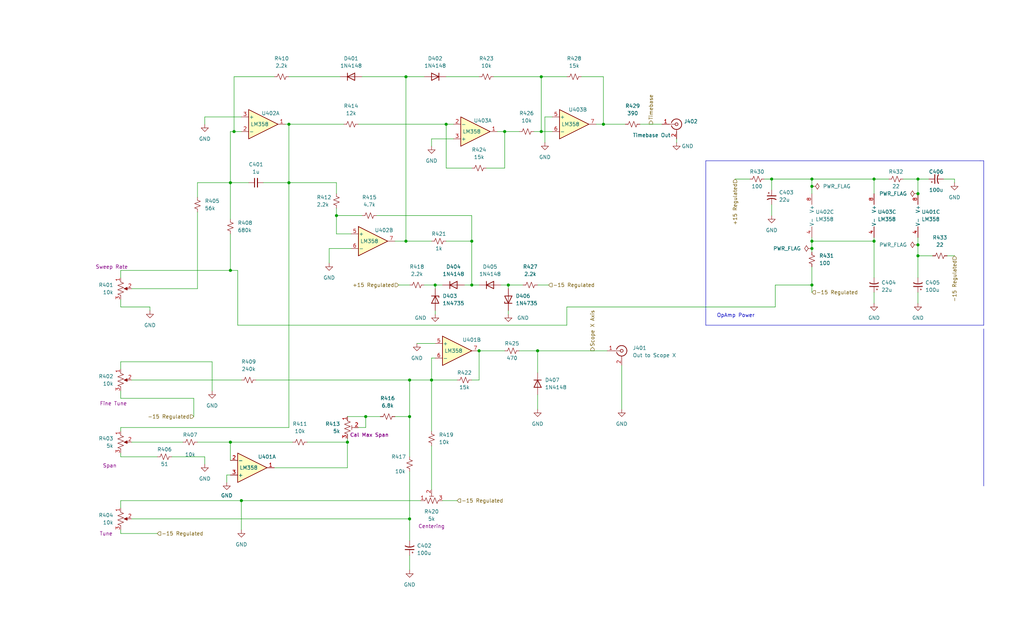
<source format=kicad_sch>
(kicad_sch (version 20231120) (generator "eeschema") (generator_version "8.0")
  (paper "USLegal")
  (title_block (title "Spectrum Analyzer: Timebase") (date "2022-08-23") (rev "0") (company "Andy McCann KA3KAF and Doug McCann KA3KAG") (comment 2 "Terry White K7TAU") (comment 3 "Wes Hayward W7ZOI") (comment 4 "Original Design By:"))
  (lib_symbols
    (symbol "Amplifier_Operational:LM358" (pin_names (offset 0.127))
      (property "Reference" "U" (at 0 5.08 0))
      (property "Value" "LM358" (at 0 -5.08 0))
      (symbol "LM358_1_1"
        (polyline (pts (xy -5.08 5.08) (xy 5.08 0) (xy -5.08 -5.08) (xy -5.08 5.08)) (stroke (width 0.254)) (fill (type background)))
        (pin output line (at 7.62 0 180) (length 2.54) (name "~") (number "1"))
        (pin input line (at -7.62 -2.54 0) (length 2.54) (name "-") (number "2"))
        (pin input line (at -7.62 2.54 0) (length 2.54) (name "+") (number "3"))
      )
      (symbol "LM358_2_1"
        (polyline (pts (xy -5.08 5.08) (xy 5.08 0) (xy -5.08 -5.08) (xy -5.08 5.08)) (stroke (width 0.254)) (fill (type background)))
        (pin input line (at -7.62 2.54 0) (length 2.54) (name "+") (number "5"))
        (pin input line (at -7.62 -2.54 0) (length 2.54) (name "-") (number "6"))
        (pin output line (at 7.62 0 180) (length 2.54) (name "~") (number "7"))
      )
      (symbol "LM358_3_1"
        (pin power_in line (at -2.54 -7.62 90) (length 3.81) (name "V-") (number "4"))
        (pin power_in line (at -2.54 7.62 270) (length 3.81) (name "V+") (number "8"))
      )
    )
    (symbol "Connector:Conn_Coaxial" (pin_names (offset 1.016) hide)
      (property "Reference" "J" (at 0.254 3.048 0))
      (property "Value" "Conn_Coaxial" (at 2.921 0 90))
      (symbol "Conn_Coaxial_0_1"
        (arc (start -1.778 -0.508) (mid 0.2311 -1.8066) (end 1.778 0) (stroke (width 0.254)))
        (polyline (pts (xy -2.54 0) (xy -0.508 0)))
        (polyline (pts (xy 0 -2.54) (xy 0 -1.778)))
        (circle (center 0 0) (radius 0.508) (stroke (width 0.2032)))
        (arc (start 1.778 0) (mid 0.2099 1.8101) (end -1.778 0.508) (stroke (width 0.254)))
      )
      (symbol "Conn_Coaxial_1_1"
        (pin passive line (at -5.08 0 0) (length 2.54) (name "In") (number "1"))
        (pin passive line (at 0 -5.08 90) (length 2.54) (name "Ext") (number "2"))
      )
    )
    (symbol "Device:C_Polarized_Small_US" (pin_numbers hide) (pin_names (offset 0.254) hide)
      (property "Reference" "C" (at 0.254 1.778 0))
      (property "Value" "C_Polarized_Small_US" (at 0.254 -2.032 0))
      (symbol "C_Polarized_Small_US_0_1"
        (polyline (pts (xy -1.524 0.508) (xy 1.524 0.508)) (stroke (width 0.3048)))
        (polyline (pts (xy -1.27 1.524) (xy -0.762 1.524)))
        (polyline (pts (xy -1.016 1.27) (xy -1.016 1.778)))
        (arc (start 1.524 -0.762) (mid 0 -0.3734) (end -1.524 -0.762) (stroke (width 0.3048)))
      )
      (symbol "C_Polarized_Small_US_1_1"
        (pin passive line (at 0 2.54 270) (length 2.032) (name "~") (number "1"))
        (pin passive line (at 0 -2.54 90) (length 2.032) (name "~") (number "2"))
      )
    )
    (symbol "Device:C_Small" (pin_numbers hide) (pin_names (offset 0.254) hide)
      (property "Reference" "C" (at 0.254 1.778 0))
      (property "Value" "C_Small" (at 0.254 -2.032 0))
      (symbol "C_Small_0_1"
        (polyline (pts (xy -1.524 -0.508) (xy 1.524 -0.508)) (stroke (width 0.3302)))
        (polyline (pts (xy -1.524 0.508) (xy 1.524 0.508)) (stroke (width 0.3048)))
      )
      (symbol "C_Small_1_1"
        (pin passive line (at 0 2.54 270) (length 2.032) (name "~") (number "1"))
        (pin passive line (at 0 -2.54 90) (length 2.032) (name "~") (number "2"))
      )
    )
    (symbol "Device:D_Zener" (pin_numbers hide) (pin_names (offset 1.016) hide)
      (property "Reference" "D" (at 0 2.54 0))
      (property "Value" "D_Zener" (at 0 -2.54 0))
      (symbol "D_Zener_0_1"
        (polyline (pts (xy 1.27 0) (xy -1.27 0)))
        (polyline (pts (xy -1.27 -1.27) (xy -1.27 1.27) (xy -0.762 1.27)) (stroke (width 0.254)))
        (polyline (pts (xy 1.27 -1.27) (xy 1.27 1.27) (xy -1.27 0) (xy 1.27 -1.27)) (stroke (width 0.254)))
      )
      (symbol "D_Zener_1_1"
        (pin passive line (at -3.81 0 0) (length 2.54) (name "K") (number "1"))
        (pin passive line (at 3.81 0 180) (length 2.54) (name "A") (number "2"))
      )
    )
    (symbol "Device:R_Potentiometer_Trim_US" (pin_names (offset 1.016) hide)
      (property "Reference" "RV" (at -4.445 0 90))
      (property "Value" "R_Potentiometer_Trim_US" (at -2.54 0 90))
      (symbol "R_Potentiometer_Trim_US_0_1"
        (polyline (pts (xy 0 -2.286) (xy 0 -2.54)))
        (polyline (pts (xy 0 2.286) (xy 0 2.54)))
        (polyline (pts (xy 1.524 0.762) (xy 1.524 -0.762)))
        (polyline (pts (xy 2.54 0) (xy 1.524 0)))
        (polyline (pts (xy 0 -0.762) (xy 1.016 -1.143) (xy 0 -1.524) (xy -1.016 -1.905) (xy 0 -2.286)))
        (polyline (pts (xy 0 0.762) (xy 1.016 0.381) (xy 0 0) (xy -1.016 -0.381) (xy 0 -0.762)))
        (polyline (pts (xy 0 2.286) (xy 1.016 1.905) (xy 0 1.524) (xy -1.016 1.143) (xy 0 0.762)))
      )
      (symbol "R_Potentiometer_Trim_US_1_1"
        (pin passive line (at 0 3.81 270) (length 1.27) (name "1") (number "1"))
        (pin passive line (at 3.81 0 180) (length 1.27) (name "2") (number "2"))
        (pin passive line (at 0 -3.81 90) (length 1.27) (name "3") (number "3"))
      )
    )
    (symbol "Device:R_Potentiometer_US" (pin_names (offset 1.016) hide)
      (property "Reference" "RV" (at -4.445 0 90))
      (property "Value" "R_Potentiometer_US" (at -2.54 0 90))
      (symbol "R_Potentiometer_US_0_1"
        (polyline (pts (xy 0 -2.286) (xy 0 -2.54)))
        (polyline (pts (xy 0 2.54) (xy 0 2.286)))
        (polyline (pts (xy 2.54 0) (xy 1.524 0)))
        (polyline (pts (xy 1.143 0) (xy 2.286 0.508) (xy 2.286 -0.508) (xy 1.143 0)) (fill (type outline)))
        (polyline (pts (xy 0 -0.762) (xy 1.016 -1.143) (xy 0 -1.524) (xy -1.016 -1.905) (xy 0 -2.286)))
        (polyline (pts (xy 0 0.762) (xy 1.016 0.381) (xy 0 0) (xy -1.016 -0.381) (xy 0 -0.762)))
        (polyline (pts (xy 0 2.286) (xy 1.016 1.905) (xy 0 1.524) (xy -1.016 1.143) (xy 0 0.762)))
      )
      (symbol "R_Potentiometer_US_1_1"
        (pin passive line (at 0 3.81 270) (length 1.27) (name "1") (number "1"))
        (pin passive line (at 3.81 0 180) (length 1.27) (name "2") (number "2"))
        (pin passive line (at 0 -3.81 90) (length 1.27) (name "3") (number "3"))
      )
    )
    (symbol "Device:R_Small_US" (pin_numbers hide) (pin_names (offset 0.254) hide)
      (property "Reference" "R" (at 0.762 0.508 0))
      (property "Value" "R_Small_US" (at 0.762 -1.016 0))
      (symbol "R_Small_US_1_1"
        (polyline (pts (xy 0 0) (xy 1.016 -0.381) (xy 0 -0.762) (xy -1.016 -1.143) (xy 0 -1.524)))
        (polyline (pts (xy 0 1.524) (xy 1.016 1.143) (xy 0 0.762) (xy -1.016 0.381) (xy 0 0)))
        (pin passive line (at 0 2.54 270) (length 1.016) (name "~") (number "1"))
        (pin passive line (at 0 -2.54 90) (length 1.016) (name "~") (number "2"))
      )
    )
    (symbol "Diode:1N4148" (pin_numbers hide) (pin_names hide)
      (property "Reference" "D" (at 0 2.54 0))
      (property "Value" "1N4148" (at 0 -2.54 0))
      (symbol "1N4148_0_1"
        (polyline (pts (xy -1.27 1.27) (xy -1.27 -1.27)) (stroke (width 0.254)))
        (polyline (pts (xy 1.27 0) (xy -1.27 0)))
        (polyline (pts (xy 1.27 1.27) (xy 1.27 -1.27) (xy -1.27 0) (xy 1.27 1.27)) (stroke (width 0.254)))
      )
      (symbol "1N4148_1_1"
        (pin passive line (at -3.81 0 0) (length 2.54) (name "K") (number "1"))
        (pin passive line (at 3.81 0 180) (length 2.54) (name "A") (number "2"))
      )
    )
    (symbol "power:GND" (power) (pin_names (offset 0))
      (property "Value" "GND" (at 0 -3.81 0))
      (symbol "GND_0_1"
        (polyline (pts (xy 0 0) (xy 0 -1.27) (xy 1.27 -1.27) (xy 0 -2.54) (xy -1.27 -1.27) (xy 0 -1.27)))
      )
      (symbol "GND_1_1"
        (pin power_in line (at 0 0 270) (length 0) hide (name "GND") (number "1"))
      )
    )
    (symbol "power:PWR_FLAG" (power) (pin_numbers hide) (pin_names (offset 0) hide)
      (property "Value" "PWR_FLAG" (at 0 3.81 0))
      (symbol "PWR_FLAG_0_0"
        (pin power_out line (at 0 0 90) (length 0) (name "pwr") (number "1"))
      )
      (symbol "PWR_FLAG_0_1"
        (polyline (pts (xy 0 0) (xy 0 1.27) (xy -1.016 1.905) (xy 0 2.54) (xy 1.016 1.905) (xy 0 1.27)))
      )
    )
  )
  (junction (at 176.53 99.06))
  (junction (at 163.83 83.82))
  (junction (at 281.94 64.77))
  (junction (at 127 144.78))
  (junction (at 166.37 121.92))
  (junction (at 100.33 43.18))
  (junction (at 209.55 43.18))
  (junction (at 149.86 132.08))
  (junction (at 83.82 173.99))
  (junction (at 175.26 45.72))
  (junction (at 140.97 83.82))
  (junction (at 163.83 99.06))
  (junction (at 318.77 62.23))
  (junction (at 187.96 26.67))
  (junction (at 318.77 67.31))
  (junction (at 100.33 63.5))
  (junction (at 303.53 62.23))
  (junction (at 142.24 180.34))
  (junction (at 151.13 99.06))
  (junction (at 80.01 93.98))
  (junction (at 140.97 26.67))
  (junction (at 81.28 45.72))
  (junction (at 154.94 43.18))
  (junction (at 281.94 86.36))
  (junction (at 186.69 121.92))
  (junction (at 80.01 153.67))
  (junction (at 281.94 83.82))
  (junction (at 142.24 144.78))
  (junction (at 281.94 99.06))
  (junction (at 116.84 74.93))
  (junction (at 142.24 132.08))
  (junction (at 318.77 85.09))
  (junction (at 267.97 62.23))
  (junction (at 303.53 83.82))
  (junction (at 281.94 62.23))
  (junction (at 318.77 88.9))
  (junction (at 187.96 45.72))
  (junction (at 120.65 153.67))
  (junction (at 80.01 63.5))
  (wire (pts (xy 80.01 81.28) (xy 80.01 93.98)))
  (wire (pts (xy 157.48 48.26) (xy 149.86 48.26)))
  (wire (pts (xy 83.82 40.64) (xy 71.12 40.64)))
  (wire (pts (xy 45.72 180.34) (xy 142.24 180.34)))
  (wire (pts (xy 176.53 109.22) (xy 176.53 107.95)))
  (wire (pts (xy 71.12 158.75) (xy 71.12 161.29)))
  (wire (pts (xy 82.55 93.98) (xy 82.55 113.03)))
  (wire (pts (xy 124.46 43.18) (xy 154.94 43.18)))
  (wire (pts (xy 281.94 99.06) (xy 281.94 101.6)))
  (wire (pts (xy 323.85 88.9) (xy 318.77 88.9)))
  (wire (pts (xy 168.91 58.42) (xy 175.26 58.42)))
  (wire (pts (xy 175.26 45.72) (xy 180.34 45.72)))
  (polyline (pts (xy 340.36 55.88) (xy 245.11 55.88)))
  (wire (pts (xy 73.66 125.73) (xy 73.66 135.89)))
  (wire (pts (xy 190.5 99.06) (xy 186.69 99.06)))
  (wire (pts (xy 45.72 153.67) (xy 63.5 153.67)))
  (wire (pts (xy 67.31 144.78) (xy 67.31 138.43)))
  (wire (pts (xy 67.31 138.43) (xy 41.91 138.43)))
  (polyline (pts (xy 340.36 55.88) (xy 341.63 55.88)))
  (wire (pts (xy 151.13 99.06) (xy 153.67 99.06)))
  (wire (pts (xy 127 148.59) (xy 127 144.78)))
  (wire (pts (xy 318.77 82.55) (xy 318.77 85.09)))
  (wire (pts (xy 173.99 99.06) (xy 176.53 99.06)))
  (wire (pts (xy 215.9 142.24) (xy 215.9 127)))
  (wire (pts (xy 186.69 142.24) (xy 186.69 137.16)))
  (wire (pts (xy 142.24 180.34) (xy 142.24 187.96)))
  (wire (pts (xy 234.95 49.53) (xy 234.95 48.26)))
  (wire (pts (xy 191.77 40.64) (xy 189.23 40.64)))
  (wire (pts (xy 82.55 113.03) (xy 196.85 113.03)))
  (polyline (pts (xy 245.11 55.88) (xy 245.11 113.03)))
  (wire (pts (xy 114.3 86.36) (xy 121.92 86.36)))
  (wire (pts (xy 267.97 62.23) (xy 265.43 62.23)))
  (wire (pts (xy 120.65 144.78) (xy 127 144.78)))
  (wire (pts (xy 255.27 62.23) (xy 260.35 62.23)))
  (wire (pts (xy 327.66 62.23) (xy 331.47 62.23)))
  (wire (pts (xy 41.91 173.99) (xy 41.91 176.53)))
  (wire (pts (xy 68.58 63.5) (xy 80.01 63.5)))
  (wire (pts (xy 100.33 43.18) (xy 99.06 43.18)))
  (wire (pts (xy 130.81 74.93) (xy 163.83 74.93)))
  (wire (pts (xy 186.69 129.54) (xy 186.69 121.92)))
  (wire (pts (xy 154.94 58.42) (xy 163.83 58.42)))
  (wire (pts (xy 41.91 135.89) (xy 41.91 138.43)))
  (wire (pts (xy 281.94 87.63) (xy 281.94 86.36)))
  (wire (pts (xy 149.86 124.46) (xy 151.13 124.46)))
  (wire (pts (xy 41.91 185.42) (xy 41.91 184.15)))
  (wire (pts (xy 80.01 93.98) (xy 41.91 93.98)))
  (wire (pts (xy 163.83 132.08) (xy 166.37 132.08)))
  (wire (pts (xy 308.61 62.23) (xy 303.53 62.23)))
  (wire (pts (xy 142.24 163.83) (xy 142.24 180.34)))
  (wire (pts (xy 154.94 43.18) (xy 157.48 43.18)))
  (wire (pts (xy 142.24 132.08) (xy 142.24 144.78)))
  (wire (pts (xy 267.97 71.12) (xy 267.97 74.93)))
  (wire (pts (xy 318.77 62.23) (xy 318.77 67.31)))
  (wire (pts (xy 68.58 63.5) (xy 68.58 68.58)))
  (wire (pts (xy 281.94 83.82) (xy 303.53 83.82)))
  (wire (pts (xy 269.24 99.06) (xy 269.24 106.68)))
  (wire (pts (xy 269.24 99.06) (xy 281.94 99.06)))
  (wire (pts (xy 267.97 62.23) (xy 267.97 66.04)))
  (wire (pts (xy 149.86 132.08) (xy 149.86 149.86)))
  (wire (pts (xy 80.01 153.67) (xy 101.6 153.67)))
  (wire (pts (xy 147.32 99.06) (xy 151.13 99.06)))
  (wire (pts (xy 318.77 88.9) (xy 318.77 96.52)))
  (wire (pts (xy 166.37 132.08) (xy 166.37 121.92)))
  (wire (pts (xy 142.24 193.04) (xy 142.24 198.12)))
  (wire (pts (xy 142.24 144.78) (xy 142.24 158.75)))
  (wire (pts (xy 116.84 74.93) (xy 125.73 74.93)))
  (wire (pts (xy 158.75 173.99) (xy 153.67 173.99)))
  (wire (pts (xy 172.72 45.72) (xy 175.26 45.72)))
  (wire (pts (xy 80.01 63.5) (xy 80.01 45.72)))
  (wire (pts (xy 83.82 173.99) (xy 146.05 173.99)))
  (wire (pts (xy 68.58 100.33) (xy 45.72 100.33)))
  (wire (pts (xy 196.85 106.68) (xy 269.24 106.68)))
  (wire (pts (xy 149.86 83.82) (xy 140.97 83.82)))
  (wire (pts (xy 140.97 83.82) (xy 137.16 83.82)))
  (wire (pts (xy 303.53 96.52) (xy 303.53 83.82)))
  (wire (pts (xy 187.96 26.67) (xy 196.85 26.67)))
  (wire (pts (xy 54.61 158.75) (xy 41.91 158.75)))
  (wire (pts (xy 127 144.78) (xy 132.08 144.78)))
  (wire (pts (xy 303.53 83.82) (xy 303.53 82.55)))
  (wire (pts (xy 318.77 85.09) (xy 318.77 88.9)))
  (wire (pts (xy 116.84 63.5) (xy 100.33 63.5)))
  (wire (pts (xy 68.58 73.66) (xy 68.58 100.33)))
  (wire (pts (xy 95.25 26.67) (xy 81.28 26.67)))
  (wire (pts (xy 71.12 40.64) (xy 71.12 43.18)))
  (wire (pts (xy 149.86 132.08) (xy 158.75 132.08)))
  (wire (pts (xy 176.53 100.33) (xy 176.53 99.06)))
  (wire (pts (xy 331.47 62.23) (xy 331.47 63.5)))
  (wire (pts (xy 175.26 58.42) (xy 175.26 45.72)))
  (wire (pts (xy 116.84 67.31) (xy 116.84 63.5)))
  (wire (pts (xy 121.92 81.28) (xy 116.84 81.28)))
  (wire (pts (xy 151.13 100.33) (xy 151.13 99.06)))
  (wire (pts (xy 149.86 48.26) (xy 149.86 50.8)))
  (wire (pts (xy 119.38 43.18) (xy 100.33 43.18)))
  (wire (pts (xy 154.94 58.42) (xy 154.94 43.18)))
  (wire (pts (xy 114.3 91.44) (xy 114.3 86.36)))
  (wire (pts (xy 209.55 43.18) (xy 209.55 26.67)))
  (wire (pts (xy 116.84 72.39) (xy 116.84 74.93)))
  (wire (pts (xy 175.26 121.92) (xy 166.37 121.92)))
  (wire (pts (xy 187.96 26.67) (xy 171.45 26.67)))
  (wire (pts (xy 80.01 63.5) (xy 80.01 76.2)))
  (wire (pts (xy 151.13 109.22) (xy 151.13 107.95)))
  (wire (pts (xy 189.23 40.64) (xy 189.23 49.53)))
  (wire (pts (xy 91.44 63.5) (xy 100.33 63.5)))
  (wire (pts (xy 163.83 99.06) (xy 163.83 83.82)))
  (wire (pts (xy 80.01 63.5) (xy 86.36 63.5)))
  (wire (pts (xy 41.91 148.59) (xy 41.91 149.86)))
  (wire (pts (xy 163.83 74.93) (xy 163.83 83.82)))
  (wire (pts (xy 267.97 62.23) (xy 281.94 62.23)))
  (wire (pts (xy 142.24 132.08) (xy 149.86 132.08)))
  (wire (pts (xy 303.53 105.41) (xy 303.53 101.6)))
  (wire (pts (xy 83.82 173.99) (xy 83.82 184.15)))
  (wire (pts (xy 41.91 173.99) (xy 83.82 173.99)))
  (wire (pts (xy 54.61 185.42) (xy 41.91 185.42)))
  (wire (pts (xy 41.91 93.98) (xy 41.91 96.52)))
  (wire (pts (xy 187.96 45.72) (xy 185.42 45.72)))
  (wire (pts (xy 207.01 43.18) (xy 209.55 43.18)))
  (wire (pts (xy 191.77 45.72) (xy 187.96 45.72)))
  (wire (pts (xy 151.13 119.38) (xy 144.78 119.38)))
  (wire (pts (xy 149.86 154.94) (xy 149.86 170.18)))
  (wire (pts (xy 82.55 93.98) (xy 80.01 93.98)))
  (wire (pts (xy 281.94 62.23) (xy 303.53 62.23)))
  (wire (pts (xy 41.91 104.14) (xy 41.91 106.68)))
  (wire (pts (xy 186.69 121.92) (xy 210.82 121.92)))
  (wire (pts (xy 52.07 106.68) (xy 52.07 107.95)))
  (wire (pts (xy 166.37 26.67) (xy 154.94 26.67)))
  (wire (pts (xy 331.47 88.9) (xy 328.93 88.9)))
  (wire (pts (xy 120.65 162.56) (xy 120.65 153.67)))
  (wire (pts (xy 318.77 62.23) (xy 322.58 62.23)))
  (wire (pts (xy 116.84 74.93) (xy 116.84 81.28)))
  (wire (pts (xy 154.94 83.82) (xy 163.83 83.82)))
  (wire (pts (xy 81.28 26.67) (xy 81.28 45.72)))
  (wire (pts (xy 161.29 99.06) (xy 163.83 99.06)))
  (wire (pts (xy 73.66 125.73) (xy 41.91 125.73)))
  (wire (pts (xy 149.86 132.08) (xy 149.86 124.46)))
  (wire (pts (xy 137.16 144.78) (xy 142.24 144.78)))
  (wire (pts (xy 140.97 26.67) (xy 125.73 26.67)))
  (wire (pts (xy 106.68 153.67) (xy 120.65 153.67)))
  (polyline (pts (xy 245.11 113.03) (xy 341.63 113.03)))
  (wire (pts (xy 118.11 26.67) (xy 100.33 26.67)))
  (wire (pts (xy 100.33 43.18) (xy 100.33 63.5)))
  (wire (pts (xy 41.91 106.68) (xy 52.07 106.68)))
  (wire (pts (xy 222.25 43.18) (xy 229.87 43.18)))
  (polyline (pts (xy 341.63 114.3) (xy 341.63 168.91)))
  (wire (pts (xy 142.24 99.06) (xy 138.43 99.06)))
  (wire (pts (xy 281.94 62.23) (xy 281.94 64.77)))
  (wire (pts (xy 281.94 83.82) (xy 281.94 82.55)))
  (wire (pts (xy 124.46 148.59) (xy 127 148.59)))
  (wire (pts (xy 41.91 157.48) (xy 41.91 158.75)))
  (wire (pts (xy 163.83 99.06) (xy 166.37 99.06)))
  (wire (pts (xy 186.69 121.92) (xy 180.34 121.92)))
  (wire (pts (xy 201.93 26.67) (xy 209.55 26.67)))
  (wire (pts (xy 120.65 153.67) (xy 120.65 152.4)))
  (wire (pts (xy 303.53 62.23) (xy 303.53 67.31)))
  (wire (pts (xy 140.97 83.82) (xy 140.97 26.67)))
  (wire (pts (xy 41.91 125.73) (xy 41.91 128.27)))
  (wire (pts (xy 318.77 105.41) (xy 318.77 101.6)))
  (wire (pts (xy 100.33 148.59) (xy 100.33 63.5)))
  (wire (pts (xy 71.12 158.75) (xy 59.69 158.75)))
  (wire (pts (xy 281.94 86.36) (xy 281.94 83.82)))
  (wire (pts (xy 176.53 99.06) (xy 181.61 99.06)))
  (wire (pts (xy 147.32 26.67) (xy 140.97 26.67)))
  (wire (pts (xy 80.01 165.1) (xy 78.74 165.1)))
  (polyline (pts (xy 341.63 113.03) (xy 341.63 55.88)))
  (wire (pts (xy 318.77 62.23) (xy 313.69 62.23)))
  (wire (pts (xy 45.72 132.08) (xy 83.82 132.08)))
  (wire (pts (xy 187.96 45.72) (xy 187.96 26.67)))
  (wire (pts (xy 68.58 153.67) (xy 80.01 153.67)))
  (wire (pts (xy 196.85 113.03) (xy 196.85 106.68)))
  (wire (pts (xy 41.91 148.59) (xy 100.33 148.59)))
  (wire (pts (xy 78.74 165.1) (xy 78.74 167.64)))
  (wire (pts (xy 281.94 92.71) (xy 281.94 99.06)))
  (wire (pts (xy 80.01 153.67) (xy 80.01 160.02)))
  (wire (pts (xy 88.9 132.08) (xy 142.24 132.08)))
  (wire (pts (xy 209.55 43.18) (xy 217.17 43.18)))
  (wire (pts (xy 95.25 162.56) (xy 120.65 162.56)))
  (wire (pts (xy 281.94 64.77) (xy 281.94 67.31)))
  (wire (pts (xy 81.28 45.72) (xy 83.82 45.72)))
  (wire (pts (xy 80.01 45.72) (xy 81.28 45.72)))
  (text "OpAmp Power" (at 248.92 110.49 0) (effects (font (size 1.27 1.27)) (justify left bottom)))
  (hierarchical_label "-15 Regulated" (shape input) (at 281.94 101.6 0))
  (hierarchical_label "-15 Regulated" (shape input) (at 190.5 99.06 0))
  (hierarchical_label "Scope X Axis" (shape output) (at 205.74 121.92 90))
  (hierarchical_label "Timebase" (shape output) (at 226.06 43.18 90))
  (hierarchical_label "-15 Regulated" (shape input) (at 158.75 173.99 0))
  (hierarchical_label "-15 Regulated" (shape input) (at 67.31 144.78 180))
  (hierarchical_label "-15 Regulated" (shape input) (at 54.61 185.42 0))
  (hierarchical_label "+15 Regulated" (shape input) (at 138.43 99.06 180))
  (hierarchical_label "+15 Regulated" (shape input) (at 255.27 62.23 270))
  (hierarchical_label "-15 Regulated" (shape input) (at 331.47 88.9 270))
  (symbol (lib_id "Connector:Conn_Coaxial") (at 215.9 121.92 0) (unit 1) (exclude_from_sim yes)
    (property "Reference" "J401" (at 219.71 120.9431 0) (effects (justify left)))
    (property "Value" "Out to Scope X" (at 219.71 123.4831 0) (effects (justify left)))
    (property "Footprint" "SnapEDA Library:TE_5-1634503-1" (effects (hide yes)))
    (property "Datasheet" " ~" (effects (hide yes)))
  )
  (symbol (lib_id "Amplifier_Operational:LM358") (at 306.07 74.93 0) (unit 3)
    (property "Reference" "U403" (at 304.8 73.6599 0) (effects (justify left)))
    (property "Value" "LM358" (at 304.8 76.1999 0) (effects (justify left)))
    (property "Footprint" "SnapEDA Library:DIP794W45P254L959H508Q8" (effects (hide yes)))
    (property "Datasheet" "http://www.ti.com/lit/ds/symlink/tl071.pdf" (effects (hide yes)))
    (property "Sim.Device" "SPICE" (effects (hide yes)))
    (property "Sim.Params" "type=\"X\" model=\"TL072c\" lib=\"TL072-dual.lib\"" (effects (hide yes)))
    (property "Sim.Pins" "1=1 2=2 3=3 4=4 5=5 6=6 7=7 8=8" (effects (hide yes)))
  )
  (symbol (lib_id "Device:R_Potentiometer_Trim_US") (at 149.86 173.99 90) (unit 1)
    (property "Reference" "R420" (at 149.86 177.8 90))
    (property "Value" "5k" (at 149.86 180.34 90))
    (property "Footprint" "Potentiometer_THT:Potentiometer_Bourns_3296W_Vertical" (effects (hide yes)))
    (property "Field8" "Centering" (at 149.86 182.88 90))
    (property "Sim.Device" "SPICE" (effects (hide yes)))
    (property "Sim.Params" "type=\"X\" model=\"pot_lin5\" lib=\"Pot5.lib\"" (effects (hide yes)))
    (property "Sim.Pins" "1=1 2=2 3=3" (effects (hide yes)))
  )
  (symbol (lib_id "Device:C_Polarized_Small_US") (at 325.12 62.23 90) (unit 1)
    (property "Reference" "C406" (at 325.12 59.69 90))
    (property "Value" "100u" (at 325.12 66.04 90))
    (property "Footprint" "Capacitor_THT:CP_Axial_L11.0mm_D6.0mm_P18.00mm_Horizontal" (effects (hide yes)))
  )
  (symbol (lib_id "Device:R_Small_US") (at 281.94 90.17 0) (unit 1)
    (property "Reference" "R431" (at 284.48 88.8999 0) (effects (justify left)))
    (property "Value" "100" (at 284.48 91.4399 0) (effects (justify left)))
    (property "Footprint" "Resistor_THT:R_Axial_DIN0207_L6.3mm_D2.5mm_P7.62mm_Horizontal" (effects (hide yes)))
  )
  (symbol (lib_id "Device:R_Small_US") (at 168.91 26.67 90) (unit 1)
    (property "Reference" "R423" (at 168.91 20.32 90))
    (property "Value" "10k" (at 168.91 22.86 90))
    (property "Footprint" "Resistor_THT:R_Axial_DIN0207_L6.3mm_D2.5mm_P7.62mm_Horizontal" (effects (hide yes)))
  )
  (symbol (lib_id "power:GND") (at 267.97 74.93 0) (unit 1)
    (property "Reference" "#PWR0417" (effects (hide yes)))
    (property "Value" "GND" (at 267.97 80.01 0))
  )
  (symbol (lib_id "power:GND") (at 331.47 63.5 0) (unit 1)
    (property "Reference" "#PWR0420" (effects (hide yes)))
    (property "Value" "GND" (at 331.47 68.58 0))
  )
  (symbol (lib_id "Device:R_Small_US") (at 68.58 71.12 0) (unit 1)
    (property "Reference" "R405" (at 71.12 69.8499 0) (effects (justify left)))
    (property "Value" "56k" (at 71.12 72.3899 0) (effects (justify left)))
    (property "Footprint" "Resistor_THT:R_Axial_DIN0207_L6.3mm_D2.5mm_P7.62mm_Horizontal" (effects (hide yes)))
  )
  (symbol (lib_id "power:GND") (at 234.95 49.53 0) (unit 1)
    (property "Reference" "#PWR0416" (effects (hide yes)))
    (property "Value" "GND" (at 238.76 50.8 0))
  )
  (symbol (lib_id "Device:R_Small_US") (at 86.36 132.08 90) (unit 1)
    (property "Reference" "R409" (at 86.36 125.73 90))
    (property "Value" "240k" (at 86.36 128.27 90))
    (property "Footprint" "Resistor_THT:R_Axial_DIN0207_L6.3mm_D2.5mm_P7.62mm_Horizontal" (effects (hide yes)))
  )
  (symbol (lib_id "Device:R_Small_US") (at 326.39 88.9 90) (unit 1)
    (property "Reference" "R433" (at 326.39 82.55 90))
    (property "Value" "22" (at 326.39 85.09 90))
    (property "Footprint" "Resistor_THT:R_Axial_DIN0207_L6.3mm_D2.5mm_P7.62mm_Horizontal" (effects (hide yes)))
  )
  (symbol (lib_id "Device:C_Small") (at 88.9 63.5 90) (unit 1)
    (property "Reference" "C401" (at 88.9063 57.15 90))
    (property "Value" "1u" (at 88.9063 59.69 90))
    (property "Footprint" "Capacitor_THT:C_Radial_D4.0mm_H5.0mm_P1.50mm" (effects (hide yes)))
  )
  (symbol (lib_id "Device:R_Small_US") (at 104.14 153.67 90) (unit 1)
    (property "Reference" "R411" (at 104.14 147.32 90))
    (property "Value" "10k" (at 104.14 149.86 90))
    (property "Footprint" "Resistor_THT:R_Axial_DIN0207_L6.3mm_D2.5mm_P7.62mm_Horizontal" (effects (hide yes)))
  )
  (symbol (lib_id "power:GND") (at 73.66 135.89 0) (unit 1)
    (property "Reference" "#PWR0404" (effects (hide yes)))
    (property "Value" "GND" (at 73.66 140.97 0))
  )
  (symbol (lib_id "Device:R_Small_US") (at 199.39 26.67 90) (unit 1)
    (property "Reference" "R428" (at 199.39 20.32 90))
    (property "Value" "15k" (at 199.39 22.86 90))
    (property "Footprint" "Resistor_THT:R_Axial_DIN0207_L6.3mm_D2.5mm_P7.62mm_Horizontal" (effects (hide yes)))
  )
  (symbol (lib_id "Amplifier_Operational:LM358") (at 129.54 83.82 0) (unit 2)
    (property "Reference" "U402" (at 133.35 80.01 0))
    (property "Value" "LM358" (at 128.27 83.82 0))
    (property "Footprint" "SnapEDA Library:DIP794W45P254L959H508Q8" (effects (hide yes)))
    (property "Datasheet" "http://www.ti.com/lit/ds/symlink/tl071.pdf" (effects (hide yes)))
    (property "Sim.Device" "SPICE" (effects (hide yes)))
    (property "Sim.Params" "type=\"X\" model=\"TL072c\" lib=\"TL072-dual.lib\"" (effects (hide yes)))
    (property "Sim.Pins" "1=1 2=2 3=3 4=4 5=5 6=6 7=7 8=8" (effects (hide yes)))
  )
  (symbol (lib_id "Device:R_Small_US") (at 121.92 43.18 90) (unit 1)
    (property "Reference" "R414" (at 121.92 36.83 90))
    (property "Value" "12k" (at 121.92 39.37 90))
    (property "Footprint" "Resistor_THT:R_Axial_DIN0207_L6.3mm_D2.5mm_P7.62mm_Horizontal" (effects (hide yes)))
  )
  (symbol (lib_id "Device:R_Small_US") (at 116.84 69.85 0) (unit 1)
    (property "Reference" "R412" (at 109.982 68.58 0) (effects (justify left)))
    (property "Value" "2.2k" (at 109.982 71.12 0) (effects (justify left)))
    (property "Footprint" "Resistor_THT:R_Axial_DIN0207_L6.3mm_D2.5mm_P7.62mm_Horizontal" (effects (hide yes)))
  )
  (symbol (lib_id "Device:R_Small_US") (at 311.15 62.23 90) (unit 1)
    (property "Reference" "R432" (at 311.15 59.69 90))
    (property "Value" "22" (at 311.15 64.77 90))
    (property "Footprint" "Resistor_THT:R_Axial_DIN0207_L6.3mm_D2.5mm_P7.62mm_Horizontal" (effects (hide yes)))
  )
  (symbol (lib_id "Connector:Conn_Coaxial") (at 234.95 43.18 0) (unit 1) (exclude_from_sim yes)
    (property "Reference" "J402" (at 237.49 42.2031 0) (effects (justify left)))
    (property "Value" "Timebase Out" (at 219.71 46.99 0) (effects (justify left)))
    (property "Footprint" "SnapEDA Library:TE_5-1634503-1" (effects (hide yes)))
    (property "Datasheet" " ~" (effects (hide yes)))
  )
  (symbol (lib_id "power:GND") (at 151.13 109.22 0) (unit 1)
    (property "Reference" "#PWR0411" (effects (hide yes)))
    (property "Value" "GND" (at 146.05 110.49 0))
  )
  (symbol (lib_id "power:GND") (at 215.9 142.24 0) (unit 1)
    (property "Reference" "#PWR0415" (effects (hide yes)))
    (property "Value" "GND" (at 215.9 147.32 0))
  )
  (symbol (lib_id "Device:C_Polarized_Small_US") (at 318.77 99.06 180) (unit 1)
    (property "Reference" "C405" (at 321.31 98.2217 0) (effects (justify right)))
    (property "Value" "100u" (at 321.31 100.7617 0) (effects (justify right)))
    (property "Footprint" "Capacitor_THT:CP_Axial_L11.0mm_D6.0mm_P18.00mm_Horizontal" (effects (hide yes)))
  )
  (symbol (lib_id "power:GND") (at 176.53 109.22 0) (unit 1)
    (property "Reference" "#PWR0412" (effects (hide yes)))
    (property "Value" "GND" (at 181.61 110.49 0))
  )
  (symbol (lib_id "Device:R_Small_US") (at 182.88 45.72 90) (unit 1)
    (property "Reference" "R426" (at 182.88 39.37 90))
    (property "Value" "10k" (at 182.88 41.91 90))
    (property "Footprint" "Resistor_THT:R_Axial_DIN0207_L6.3mm_D2.5mm_P7.62mm_Horizontal" (effects (hide yes)))
  )
  (symbol (lib_id "power:GND") (at 83.82 184.15 0) (unit 1)
    (property "Reference" "#PWR0406" (effects (hide yes)))
    (property "Value" "GND" (at 83.82 189.23 0))
  )
  (symbol (lib_id "Device:C_Polarized_Small_US") (at 142.24 190.5 180) (unit 1)
    (property "Reference" "C402" (at 144.78 189.6617 0) (effects (justify right)))
    (property "Value" "100u" (at 144.78 192.2017 0) (effects (justify right)))
    (property "Footprint" "Capacitor_THT:CP_Axial_L11.0mm_D6.0mm_P18.00mm_Horizontal" (effects (hide yes)))
  )
  (symbol (lib_id "Diode:1N4148") (at 170.18 99.06 0) (unit 1)
    (property "Reference" "D405" (at 170.18 92.71 0))
    (property "Value" "1N4148" (at 170.18 95.25 0))
    (property "Footprint" "Diode_THT:D_DO-35_SOD27_P7.62mm_Horizontal" (effects (hide yes)))
    (property "Datasheet" "https://assets.nexperia.com/documents/data-sheet/1N4148_1N4448.pdf" (effects (hide yes)))
    (property "Sim.Device" "SPICE" (effects (hide yes)))
    (property "Sim.Params" "type=\"D\" model=\"D1N4148\" lib=\"1N4148.mod\"" (effects (hide yes)))
    (property "Sim.Pins" "2=1 1=2" (effects (hide yes)))
  )
  (symbol (lib_id "power:GND") (at 318.77 105.41 0) (unit 1)
    (property "Reference" "#PWR0419" (effects (hide yes)))
    (property "Value" "GND" (at 318.77 110.49 0))
  )
  (symbol (lib_id "Device:R_Small_US") (at 149.86 152.4 0) (unit 1)
    (property "Reference" "R419" (at 152.4 151.1299 0) (effects (justify left)))
    (property "Value" "10k" (at 152.4 153.6699 0) (effects (justify left)))
    (property "Footprint" "Resistor_THT:R_Axial_DIN0207_L6.3mm_D2.5mm_P7.62mm_Horizontal" (effects (hide yes)))
  )
  (symbol (lib_id "Amplifier_Operational:LM358") (at 199.39 43.18 0) (unit 2)
    (property "Reference" "U403" (at 200.66 38.1 0))
    (property "Value" "LM358" (at 198.12 43.18 0))
    (property "Footprint" "SnapEDA Library:DIP794W45P254L959H508Q8" (effects (hide yes)))
    (property "Datasheet" "http://www.ti.com/lit/ds/symlink/tl071.pdf" (effects (hide yes)))
    (property "Sim.Device" "SPICE" (effects (hide yes)))
    (property "Sim.Params" "type=\"X\" model=\"TL072c\" lib=\"TL072-dual.lib\"" (effects (hide yes)))
    (property "Sim.Pins" "1=1 2=2 3=3 4=4 5=5 6=6 7=7 8=8" (effects (hide yes)))
  )
  (symbol (lib_id "Amplifier_Operational:LM358") (at 158.75 121.92 0) (unit 2)
    (property "Reference" "U401" (at 163.83 118.11 0))
    (property "Value" "LM358" (at 157.48 121.92 0))
    (property "Footprint" "SnapEDA Library:DIP794W45P254L959H508Q8" (effects (hide yes)))
    (property "Datasheet" "http://www.ti.com/lit/ds/symlink/tl071.pdf" (effects (hide yes)))
    (property "Sim.Device" "SPICE" (effects (hide yes)))
    (property "Sim.Params" "type=\"X\" model=\"TL072c\" lib=\"TL072-dual.lib\"" (effects (hide yes)))
    (property "Sim.Pins" "1=1 2=2 3=3 4=4 5=5 6=6 7=7 8=8" (effects (hide yes)))
  )
  (symbol (lib_id "Device:R_Small_US") (at 97.79 26.67 90) (unit 1)
    (property "Reference" "R410" (at 97.79 20.32 90))
    (property "Value" "2.2k" (at 97.79 22.86 90))
    (property "Footprint" "Resistor_THT:R_Axial_DIN0207_L6.3mm_D2.5mm_P7.62mm_Horizontal" (effects (hide yes)))
  )
  (symbol (lib_id "Device:R_Potentiometer_US") (at 41.91 132.08 0) (unit 1)
    (property "Reference" "R402" (at 39.37 130.8099 0) (effects (justify right)))
    (property "Value" "10k" (at 39.37 133.3499 0) (effects (justify right)))
    (property "Footprint" "Connector_Wire:SolderWire-0.127sqmm_1x03_P3.7mm_D0.48mm_OD1mm" (effects (hide yes)))
    (property "Field8" "Fine Tune" (at 39.37 140.208 0))
    (property "Sim.Device" "SPICE" (effects (hide yes)))
    (property "Sim.Params" "type=\"X\" model=\"pot_lin2\" lib=\"Pot2.lib\"" (effects (hide yes)))
    (property "Sim.Pins" "1=1 2=2 3=3" (effects (hide yes)))
  )
  (symbol (lib_id "power:GND") (at 149.86 50.8 0) (unit 1)
    (property "Reference" "#PWR0410" (effects (hide yes)))
    (property "Value" "GND" (at 149.86 55.88 0))
  )
  (symbol (lib_id "Device:R_Potentiometer_US") (at 41.91 100.33 0) (unit 1)
    (property "Reference" "R401" (at 39.37 99.0599 0) (effects (justify right)))
    (property "Value" "10k" (at 39.37 101.5999 0) (effects (justify right)))
    (property "Footprint" "Connector_Wire:SolderWire-0.127sqmm_1x03_P3.7mm_D0.48mm_OD1mm" (effects (hide yes)))
    (property "Field8" "Sweep Rate" (at 44.45 92.71 0) (effects (justify right)))
    (property "Sim.Device" "SPICE" (effects (hide yes)))
    (property "Sim.Params" "type=\"X\" model=\"pot_lin\" lib=\"Pot.lib\"" (effects (hide yes)))
    (property "Sim.Pins" "1=1 2=2 3=3" (effects (hide yes)))
  )
  (symbol (lib_id "Amplifier_Operational:LM358") (at 87.63 162.56 0) (mirror x) (unit 1)
    (property "Reference" "U401" (at 92.71 158.75 0))
    (property "Value" "LM358" (at 86.36 162.56 0))
    (property "Footprint" "SnapEDA Library:DIP794W45P254L959H508Q8" (effects (hide yes)))
    (property "Datasheet" "http://www.ti.com/lit/ds/symlink/tl071.pdf" (effects (hide yes)))
    (property "Sim.Device" "SPICE" (effects (hide yes)))
    (property "Sim.Params" "type=\"X\" model=\"TL072c\" lib=\"TL072-dual.lib\"" (effects (hide yes)))
    (property "Sim.Pins" "1=1 2=2 3=3 4=4 5=5 6=6 7=7 8=8" (effects (hide yes)))
  )
  (symbol (lib_id "Device:R_Small_US") (at 262.89 62.23 90) (unit 1)
    (property "Reference" "R430" (at 262.89 59.69 90))
    (property "Value" "100" (at 262.89 64.77 90))
    (property "Footprint" "Resistor_THT:R_Axial_DIN0207_L6.3mm_D2.5mm_P7.62mm_Horizontal" (effects (hide yes)))
  )
  (symbol (lib_id "Device:D_Zener") (at 151.13 104.14 270) (unit 1)
    (property "Reference" "D403" (at 153.67 102.8699 90) (effects (justify left)))
    (property "Value" "1N4735" (at 153.67 105.4099 90) (effects (justify left)))
    (property "Footprint" "Diode_THT:D_DO-35_SOD27_P7.62mm_Horizontal" (effects (hide yes)))
    (property "Sim.Device" "SPICE" (effects (hide yes)))
    (property "Sim.Params" "type=\"X\" model=\"DI_1N4735A\" lib=\"1N4735A.lib\"" (effects (hide yes)))
    (property "Sim.Pins" "2=1 1=2" (effects (hide yes)))
  )
  (symbol (lib_id "Device:D_Zener") (at 176.53 104.14 90) (unit 1)
    (property "Reference" "D406" (at 179.07 102.8699 90) (effects (justify right)))
    (property "Value" "1N4735" (at 179.07 105.4099 90) (effects (justify right)))
    (property "Footprint" "Diode_THT:D_DO-35_SOD27_P7.62mm_Horizontal" (effects (hide yes)))
    (property "Sim.Device" "SPICE" (effects (hide yes)))
    (property "Sim.Params" "type=\"X\" model=\"DI_1N4735A\" lib=\"1N4735A.lib\"" (effects (hide yes)))
    (property "Sim.Pins" "2=1 1=2" (effects (hide yes)))
  )
  (symbol (lib_id "power:GND") (at 114.3 91.44 0) (unit 1)
    (property "Reference" "#PWR0407" (effects (hide yes)))
    (property "Value" "GND" (at 114.3 96.52 0))
  )
  (symbol (lib_id "Device:R_Small_US") (at 57.15 158.75 90) (unit 1)
    (property "Reference" "R406" (at 57.15 156.21 90))
    (property "Value" "51" (at 57.15 161.29 90))
    (property "Footprint" "Resistor_THT:R_Axial_DIN0207_L6.3mm_D2.5mm_P7.62mm_Horizontal" (effects (hide yes)))
  )
  (symbol (lib_id "Device:C_Polarized_Small_US") (at 303.53 99.06 180) (unit 1)
    (property "Reference" "C404" (at 306.07 98.2217 0) (effects (justify right)))
    (property "Value" "22u" (at 306.07 100.7617 0) (effects (justify right)))
    (property "Footprint" "Capacitor_THT:CP_Axial_L11.0mm_D6.0mm_P18.00mm_Horizontal" (effects (hide yes)))
  )
  (symbol (lib_id "power:GND") (at 71.12 43.18 0) (unit 1)
    (property "Reference" "#PWR0402" (effects (hide yes)))
    (property "Value" "GND" (at 71.12 48.26 0))
  )
  (symbol (lib_id "Device:R_Small_US") (at 80.01 78.74 0) (unit 1)
    (property "Reference" "R408" (at 82.55 77.4699 0) (effects (justify left)))
    (property "Value" "680k" (at 82.55 80.0099 0) (effects (justify left)))
    (property "Footprint" "Resistor_THT:R_Axial_DIN0207_L6.3mm_D2.5mm_P7.62mm_Horizontal" (effects (hide yes)))
  )
  (symbol (lib_id "Device:R_Small_US") (at 134.62 144.78 90) (unit 1)
    (property "Reference" "R416" (at 134.62 138.43 90))
    (property "Value" "6.8k" (at 134.62 140.97 90))
    (property "Footprint" "Resistor_THT:R_Axial_DIN0207_L6.3mm_D2.5mm_P7.62mm_Horizontal" (effects (hide yes)))
  )
  (symbol (lib_id "Amplifier_Operational:LM358") (at 284.48 74.93 0) (unit 3)
    (property "Reference" "U402" (at 283.21 73.6599 0) (effects (justify left)))
    (property "Value" "LM358" (at 283.21 76.1999 0) (effects (justify left)))
    (property "Footprint" "SnapEDA Library:DIP794W45P254L959H508Q8" (effects (hide yes)))
    (property "Datasheet" "http://www.ti.com/lit/ds/symlink/tl071.pdf" (effects (hide yes)))
    (property "Sim.Device" "SPICE" (effects (hide yes)))
    (property "Sim.Params" "type=\"X\" model=\"TL072c\" lib=\"TL072-dual.lib\"" (effects (hide yes)))
    (property "Sim.Pins" "1=1 2=2 3=3 4=4 5=5 6=6 7=7 8=8" (effects (hide yes)))
  )
  (symbol (lib_id "Diode:1N4148") (at 157.48 99.06 0) (unit 1)
    (property "Reference" "D404" (at 157.48 92.71 0))
    (property "Value" "1N4148" (at 157.48 95.25 0))
    (property "Footprint" "Diode_THT:D_DO-35_SOD27_P7.62mm_Horizontal" (effects (hide yes)))
    (property "Datasheet" "https://assets.nexperia.com/documents/data-sheet/1N4148_1N4448.pdf" (effects (hide yes)))
    (property "Sim.Device" "SPICE" (effects (hide yes)))
    (property "Sim.Params" "type=\"D\" model=\"D1N4148\" lib=\"1N4148.mod\"" (effects (hide yes)))
    (property "Sim.Pins" "2=1 1=2" (effects (hide yes)))
  )
  (symbol (lib_id "Device:R_Small_US") (at 128.27 74.93 90) (unit 1)
    (property "Reference" "R415" (at 128.27 68.58 90))
    (property "Value" "4.7k" (at 128.27 71.12 90))
    (property "Footprint" "Resistor_THT:R_Axial_DIN0207_L6.3mm_D2.5mm_P7.62mm_Horizontal" (effects (hide yes)))
  )
  (symbol (lib_id "power:GND") (at 142.24 198.12 0) (unit 1)
    (property "Reference" "#PWR0408" (effects (hide yes)))
    (property "Value" "GND" (at 142.24 203.2 0))
  )
  (symbol (lib_id "Device:R_Small_US") (at 177.8 121.92 90) (unit 1)
    (property "Reference" "R425" (at 177.8 119.38 90))
    (property "Value" "470" (at 177.8 124.46 90))
    (property "Footprint" "Resistor_THT:R_Axial_DIN0207_L6.3mm_D2.5mm_P7.62mm_Horizontal" (effects (hide yes)))
  )
  (symbol (lib_id "Device:R_Small_US") (at 161.29 132.08 90) (unit 1)
    (property "Reference" "R422" (at 161.29 129.54 90))
    (property "Value" "15k" (at 161.29 134.62 90))
    (property "Footprint" "Resistor_THT:R_Axial_DIN0207_L6.3mm_D2.5mm_P7.62mm_Horizontal" (effects (hide yes)))
  )
  (symbol (lib_id "Device:R_Small_US") (at 166.37 58.42 90) (unit 1)
    (property "Reference" "R424" (at 166.37 52.07 90))
    (property "Value" "15k" (at 166.37 54.61 90))
    (property "Footprint" "Resistor_THT:R_Axial_DIN0207_L6.3mm_D2.5mm_P7.62mm_Horizontal" (effects (hide yes)))
  )
  (symbol (lib_id "power:GND") (at 52.07 107.95 0) (unit 1)
    (property "Reference" "#PWR0401" (effects (hide yes)))
    (property "Value" "GND" (at 52.07 113.03 0))
  )
  (symbol (lib_id "Device:R_Small_US") (at 184.15 99.06 90) (unit 1)
    (property "Reference" "R427" (at 184.15 92.71 90))
    (property "Value" "2.2k" (at 184.15 95.25 90))
    (property "Footprint" "Resistor_THT:R_Axial_DIN0207_L6.3mm_D2.5mm_P7.62mm_Horizontal" (effects (hide yes)))
  )
  (symbol (lib_id "power:PWR_FLAG") (at 318.77 67.31 90) (unit 1)
    (property "Reference" "#FLG0403" (effects (hide yes)))
    (property "Value" "PWR_FLAG" (at 314.96 67.3099 90) (effects (justify left)))
  )
  (symbol (lib_id "Device:R_Small_US") (at 144.78 99.06 90) (unit 1)
    (property "Reference" "R418" (at 144.78 92.71 90))
    (property "Value" "2.2k" (at 144.78 95.25 90))
    (property "Footprint" "Resistor_THT:R_Axial_DIN0207_L6.3mm_D2.5mm_P7.62mm_Horizontal" (effects (hide yes)))
  )
  (symbol (lib_id "Diode:1N4148") (at 121.92 26.67 0) (unit 1)
    (property "Reference" "D401" (at 121.92 20.32 0))
    (property "Value" "1N4148" (at 121.92 22.86 0))
    (property "Footprint" "Diode_THT:D_DO-35_SOD27_P7.62mm_Horizontal" (effects (hide yes)))
    (property "Datasheet" "https://assets.nexperia.com/documents/data-sheet/1N4148_1N4448.pdf" (effects (hide yes)))
    (property "Sim.Device" "SPICE" (effects (hide yes)))
    (property "Sim.Params" "type=\"D\" model=\"D1N4148\" lib=\"1N4148.mod\"" (effects (hide yes)))
    (property "Sim.Pins" "2=1 1=2" (effects (hide yes)))
  )
  (symbol (lib_id "power:GND") (at 71.12 161.29 0) (unit 1)
    (property "Reference" "#PWR0403" (effects (hide yes)))
    (property "Value" "GND" (at 71.12 166.37 0))
  )
  (symbol (lib_id "Diode:1N4148") (at 151.13 26.67 0) (mirror y) (unit 1)
    (property "Reference" "D402" (at 151.13 20.32 0))
    (property "Value" "1N4148" (at 151.13 22.86 0))
    (property "Footprint" "Diode_THT:D_DO-35_SOD27_P7.62mm_Horizontal" (effects (hide yes)))
    (property "Datasheet" "https://assets.nexperia.com/documents/data-sheet/1N4148_1N4448.pdf" (effects (hide yes)))
    (property "Sim.Device" "SPICE" (effects (hide yes)))
    (property "Sim.Params" "type=\"D\" model=\"D1N4148\" lib=\"1N4148.mod\"" (effects (hide yes)))
    (property "Sim.Pins" "2=1 1=2" (effects (hide yes)))
  )
  (symbol (lib_id "power:GND") (at 78.74 167.64 0) (unit 1)
    (property "Reference" "#PWR0405" (effects (hide yes)))
    (property "Value" "GND" (at 78.74 172.212 0))
  )
  (symbol (lib_id "Device:R_Small_US") (at 219.71 43.18 90) (unit 1)
    (property "Reference" "R429" (at 219.71 36.83 90))
    (property "Value" "390" (at 219.71 39.37 90))
    (property "Footprint" "Resistor_THT:R_Axial_DIN0207_L6.3mm_D2.5mm_P7.62mm_Horizontal" (effects (hide yes)))
  )
  (symbol (lib_id "power:PWR_FLAG") (at 281.94 64.77 270) (unit 1)
    (property "Reference" "#FLG0401" (effects (hide yes)))
    (property "Value" "PWR_FLAG" (at 285.75 64.7699 90) (effects (justify left)))
  )
  (symbol (lib_id "Amplifier_Operational:LM358") (at 91.44 43.18 0) (unit 1)
    (property "Reference" "U402" (at 93.98 39.37 0))
    (property "Value" "LM358" (at 90.17 43.18 0))
    (property "Footprint" "SnapEDA Library:DIP794W45P254L959H508Q8" (effects (hide yes)))
    (property "Datasheet" "http://www.ti.com/lit/ds/symlink/tl071.pdf" (effects (hide yes)))
    (property "Sim.Device" "SPICE" (effects (hide yes)))
    (property "Sim.Params" "type=\"X\" model=\"TL072c\" lib=\"TL072-dual.lib\"" (effects (hide yes)))
    (property "Sim.Pins" "1=1 2=2 3=3 4=4 5=5 6=6 7=7 8=8" (effects (hide yes)))
  )
  (symbol (lib_id "Device:R_Potentiometer_US") (at 41.91 180.34 0) (unit 1)
    (property "Reference" "R404" (at 39.37 179.0699 0) (effects (justify right)))
    (property "Value" "10k" (at 39.37 181.6099 0) (effects (justify right)))
    (property "Footprint" "Connector_Wire:SolderWire-0.127sqmm_1x03_P3.7mm_D0.48mm_OD1mm" (effects (hide yes)))
    (property "Field8" "Tune" (at 36.83 185.42 0))
    (property "Sim.Device" "SPICE" (effects (hide yes)))
    (property "Sim.Params" "type=\"X\" model=\"pot_lin4\" lib=\"Pot4.lib\"" (effects (hide yes)))
    (property "Sim.Pins" "1=1 2=2 3=3" (effects (hide yes)))
  )
  (symbol (lib_id "Amplifier_Operational:LM358") (at 165.1 45.72 0) (mirror x) (unit 1)
    (property "Reference" "U403" (at 167.64 41.91 0))
    (property "Value" "LM358" (at 163.83 45.72 0))
    (property "Footprint" "SnapEDA Library:DIP794W45P254L959H508Q8" (effects (hide yes)))
    (property "Datasheet" "http://www.ti.com/lit/ds/symlink/tl071.pdf" (effects (hide yes)))
    (property "Sim.Device" "SPICE" (effects (hide yes)))
    (property "Sim.Params" "type=\"X\" model=\"TL072c\" lib=\"TL072-dual.lib\"" (effects (hide yes)))
    (property "Sim.Pins" "1=1 2=2 3=3 4=4 5=5 6=6 7=7 8=8" (effects (hide yes)))
  )
  (symbol (lib_id "Diode:1N4148") (at 186.69 133.35 270) (unit 1)
    (property "Reference" "D407" (at 189.23 132.0799 90) (effects (justify left)))
    (property "Value" "1N4148" (at 189.23 134.6199 90) (effects (justify left)))
    (property "Footprint" "Diode_THT:D_DO-35_SOD27_P7.62mm_Horizontal" (effects (hide yes)))
    (property "Datasheet" "https://assets.nexperia.com/documents/data-sheet/1N4148_1N4448.pdf" (effects (hide yes)))
    (property "Sim.Device" "SPICE" (effects (hide yes)))
    (property "Sim.Params" "type=\"D\" model=\"D1N4148\" lib=\"1N4148.mod\"" (effects (hide yes)))
    (property "Sim.Pins" "2=1 1=2" (effects (hide yes)))
  )
  (symbol (lib_id "Device:R_Small_US") (at 142.24 161.29 0) (unit 1)
    (property "Reference" "R417" (at 135.89 158.75 0) (effects (justify left)))
    (property "Value" "10k" (at 137.16 163.83 0) (effects (justify left)))
    (property "Footprint" "Resistor_THT:R_Axial_DIN0207_L6.3mm_D2.5mm_P7.62mm_Horizontal" (effects (hide yes)))
  )
  (symbol (lib_id "power:PWR_FLAG") (at 318.77 85.09 90) (unit 1)
    (property "Reference" "#FLG0404" (effects (hide yes)))
    (property "Value" "PWR_FLAG" (at 314.96 85.0899 90) (effects (justify left)))
  )
  (symbol (lib_id "Amplifier_Operational:LM358") (at 321.31 74.93 0) (unit 3)
    (property "Reference" "U401" (at 320.04 73.6599 0) (effects (justify left)))
    (property "Value" "LM358" (at 320.04 76.1999 0) (effects (justify left)))
    (property "Footprint" "SnapEDA Library:DIP794W45P254L959H508Q8" (effects (hide yes)))
    (property "Datasheet" "http://www.ti.com/lit/ds/symlink/tl071.pdf" (effects (hide yes)))
    (property "Sim.Device" "SPICE" (effects (hide yes)))
    (property "Sim.Params" "type=\"X\" model=\"TL072c\" lib=\"TL072-dual.lib\"" (effects (hide yes)))
    (property "Sim.Pins" "1=1 2=2 3=3 4=4 5=5 6=6 7=7 8=8" (effects (hide yes)))
  )
  (symbol (lib_id "Device:C_Polarized_Small_US") (at 267.97 68.58 0) (unit 1)
    (property "Reference" "C403" (at 270.51 66.8781 0) (effects (justify left)))
    (property "Value" "22u" (at 270.51 69.4181 0) (effects (justify left)))
    (property "Footprint" "Capacitor_THT:CP_Axial_L11.0mm_D6.0mm_P18.00mm_Horizontal" (effects (hide yes)))
  )
  (symbol (lib_id "power:PWR_FLAG") (at 281.94 86.36 90) (unit 1)
    (property "Reference" "#FLG0402" (effects (hide yes)))
    (property "Value" "PWR_FLAG" (at 278.13 86.3599 90) (effects (justify left)))
  )
  (symbol (lib_id "power:GND") (at 186.69 142.24 0) (unit 1)
    (property "Reference" "#PWR0413" (effects (hide yes)))
    (property "Value" "GND" (at 186.69 147.32 0))
  )
  (symbol (lib_id "power:GND") (at 189.23 49.53 0) (unit 1)
    (property "Reference" "#PWR0414" (effects (hide yes)))
    (property "Value" "GND" (at 189.23 54.61 0))
  )
  (symbol (lib_id "Device:R_Small_US") (at 66.04 153.67 90) (unit 1)
    (property "Reference" "R407" (at 66.04 151.13 90))
    (property "Value" "10k" (at 66.04 157.988 90))
    (property "Footprint" "Resistor_THT:R_Axial_DIN0207_L6.3mm_D2.5mm_P7.62mm_Horizontal" (effects (hide yes)))
  )
  (symbol (lib_id "Device:R_Potentiometer_US") (at 41.91 153.67 0) (unit 1)
    (property "Reference" "R403" (at 39.37 152.3999 0) (effects (justify right)))
    (property "Value" "5k" (at 39.37 154.9399 0) (effects (justify right)))
    (property "Footprint" "Connector_Wire:SolderWire-0.127sqmm_1x03_P3.7mm_D0.48mm_OD1mm" (effects (hide yes)))
    (property "Field8" "Span" (at 38.1 161.798 0))
    (property "Sim.Device" "SPICE" (effects (hide yes)))
    (property "Sim.Params" "type=\"X\" model=\"pot_lin3\" lib=\"Pot3.lib\"" (effects (hide yes)))
    (property "Sim.Pins" "1=1 2=2 3=3" (effects (hide yes)))
  )
  (symbol (lib_id "Device:R_Small_US") (at 152.4 83.82 90) (unit 1)
    (property "Reference" "R421" (at 152.4 81.28 90))
    (property "Value" "1k" (at 152.4 86.36 90))
    (property "Footprint" "Resistor_THT:R_Axial_DIN0207_L6.3mm_D2.5mm_P7.62mm_Horizontal" (effects (hide yes)))
  )
  (symbol (lib_id "power:GND") (at 144.78 119.38 0) (unit 1)
    (property "Reference" "#PWR0409" (effects (hide yes)))
    (property "Value" "GND" (at 144.78 124.46 0))
  )
  (symbol (lib_id "Device:R_Potentiometer_Trim_US") (at 120.65 148.59 0) (unit 1)
    (property "Reference" "R413" (at 118.11 147.3199 0) (effects (justify right)))
    (property "Value" "5k" (at 118.11 149.8599 0) (effects (justify right)))
    (property "Footprint" "Potentiometer_THT:Potentiometer_Bourns_3296W_Vertical" (effects (hide yes)))
    (property "Field8" "Cal Max Span" (at 128.27 151.13 0))
    (property "Sim.Device" "SPICE" (effects (hide yes)))
    (property "Sim.Params" "type=\"X\" model=\"pot_lin6\" lib=\"Pot6.lib\"" (effects (hide yes)))
    (property "Sim.Pins" "1=1 2=2 3=3" (effects (hide yes)))
  )
  (symbol (lib_id "power:GND") (at 303.53 105.41 0) (unit 1)
    (property "Reference" "#PWR0418" (effects (hide yes)))
    (property "Value" "GND" (at 303.53 110.49 0))
  )
)
</source>
